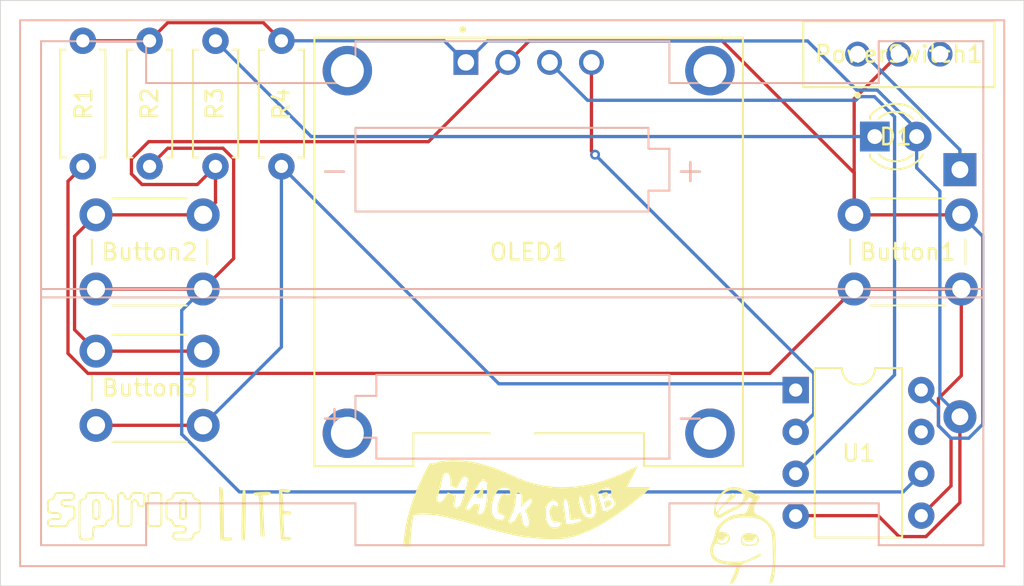
<source format=kicad_pcb>
(kicad_pcb (version 20240108) (generator "pcbnew") (generator_version "8.0")
  (layers (0 "F.Cu" signal) (31 "B.Cu" signal) (34 "B.Paste" user) (35 "F.Paste" user) (36 "B.SilkS" user "B.Silkscreen") (37 "F.SilkS" user "F.Silkscreen") (38 "B.Mask" user) (39 "F.Mask" user) (44 "Edge.Cuts" user))
  (net 0 "")
  (net 1 "GND")
  (net 2 "B+")
  (net 3 "VCC")
  (net 4 "PB0")
  (net 5 "PB1")
  (net 6 "PB5")
  (net 7 "Net-(D1-K)")
  (net 8 "PB4")
  (net 9 "PB3")
  (footprint "Button_Switch_THT:SW_PUSH_6mm_H4.3mm" (layer "F.Cu") (at 81.75 80.75)
    (property "Reference" "Button1" (at 3.25 2.25 0) (layer "F.SilkS"))
    (property "Value" "SW_Push")
    (pad "1" thru_hole circle (at 0 0 90) (size 2 2) (drill 1.1) (layers "*.Cu" "*.Mask") (net 3 "VCC"))
    (pad "1" thru_hole circle (at 6.5 0 90) (size 2 2) (drill 1.1) (layers "*.Cu" "*.Mask") (net 3 "VCC"))
    (pad "2" thru_hole circle (at 0 4.5 90) (size 2 2) (drill 1.1) (layers "*.Cu" "*.Mask") (net 4 "PB0"))
    (pad "2" thru_hole circle (at 6.5 4.5 90) (size 2 2) (drill 1.1) (layers "*.Cu" "*.Mask") (net 4 "PB0"))
  )
  (footprint "Resistor_THT:R_Axial_DIN0207_L6.3mm_D2.5mm_P7.62mm_Horizontal" (layer "F.Cu") (at 34.95 77.81 90)
    (property "Reference" "R1" (at 3.81 0.05 90) (layer "F.SilkS"))
    (property "Value" "1K" (hide yes))
    (pad "1" thru_hole circle (at 0 0 90) (size 1.6 1.6) (drill 0.8) (layers "*.Cu" "*.Mask") (net 4 "PB0"))
    (pad "2" thru_hole oval (at 7.62 0 90) (size 1.6 1.6) (drill 0.8) (layers "*.Cu" "*.Mask") (net 1 "GND"))
  )
  (footprint "EG1218 Footprint Symbol:SW_EG1218" (layer "F.Cu") (at 84.46 71)
    (property "Reference" "PowerSwitch1" (at 0 0 0) (layer "F.SilkS"))
    (property "Value" "SW_Wuerth_450301014042" (hide yes))
    (pad "1" thru_hole circle (at -2.5 0) (size 1.508 1.508) (drill 1) (layers "*.Cu" "*.Mask") (net 3 "VCC"))
    (pad "2" thru_hole circle (at 0 0) (size 1.508 1.508) (drill 1) (layers "*.Cu" "*.Mask") (net 2 "B+"))
    (pad "3" thru_hole circle (at 2.5 0) (size 1.508 1.508) (drill 1) (layers "*.Cu" "*.Mask"))
  )
  (footprint "Button_Switch_THT:SW_PUSH_6mm_H4.3mm" (layer "F.Cu") (at 35.75 89.02)
    (property "Reference" "Button3" (at 3.26 2.23 0) (layer "F.SilkS"))
    (property "Value" "SW_Push" (hide yes))
    (pad "1" thru_hole circle (at 0 0 90) (size 2 2) (drill 1.1) (layers "*.Cu" "*.Mask") (net 3 "VCC"))
    (pad "1" thru_hole circle (at 6.5 0 90) (size 2 2) (drill 1.1) (layers "*.Cu" "*.Mask") (net 3 "VCC"))
    (pad "2" thru_hole circle (at 0 4.5 90) (size 2 2) (drill 1.1) (layers "*.Cu" "*.Mask") (net 6 "PB5"))
    (pad "2" thru_hole circle (at 6.5 4.5 90) (size 2 2) (drill 1.1) (layers "*.Cu" "*.Mask") (net 6 "PB5"))
  )
  (footprint "LOGO" (layer "F.Cu") (at 74.999525 100.165707)
    (property "Reference" "G***" (hide yes))
    (property "Value" "LOGO" (hide yes))
  )
  (footprint "DM OLED096 636:MODULE_DM-OLED096-636" (layer "F.Cu") (at 62 83)
    (property "Reference" "OLED1" (at 0 0 0) (layer "F.SilkS"))
    (property "Value" "DM-OLED096-636" (hide yes))
    (pad "1" thru_hole rect (at -3.81 -11.5) (size 1.508 1.508) (drill 1) (layers "*.Cu" "*.Mask") (net 1 "GND"))
    (pad "2" thru_hole circle (at -1.27 -11.5) (size 1.508 1.508) (drill 1) (layers "*.Cu" "*.Mask") (net 3 "VCC"))
    (pad "3" thru_hole circle (at 1.27 -11.5) (size 1.508 1.508) (drill 1) (layers "*.Cu" "*.Mask") (net 8 "PB4"))
    (pad "4" thru_hole circle (at 3.81 -11.5) (size 1.508 1.508) (drill 1) (layers "*.Cu" "*.Mask") (net 9 "PB3"))
    (pad "S1" thru_hole circle (at -11 -11) (size 3 3) (drill 2) (layers "*.Cu" "*.Mask"))
    (pad "S2" thru_hole circle (at 11 -11) (size 3 3) (drill 2) (layers "*.Cu" "*.Mask"))
    (pad "S3" thru_hole circle (at 11 11) (size 3 3) (drill 2) (layers "*.Cu" "*.Mask"))
    (pad "S4" thru_hole circle (at -11 11) (size 3 3) (drill 2) (layers "*.Cu" "*.Mask"))
  )
  (footprint "LOGO" (layer "F.Cu") (at 37.47 98.94)
    (property "Reference" "G***" (hide yes))
    (property "Value" "LOGO" (hide yes))
  )
  (footprint "Resistor_THT:R_Axial_DIN0207_L6.3mm_D2.5mm_P7.62mm_Horizontal" (layer "F.Cu") (at 47 77.81 90)
    (property "Reference" "R4" (at 3.79 0 90) (layer "F.SilkS"))
    (property "Value" "1K" (hide yes))
    (pad "1" thru_hole circle (at 0 0 90) (size 1.6 1.6) (drill 0.8) (layers "*.Cu" "*.Mask") (net 6 "PB5"))
    (pad "2" thru_hole oval (at 7.62 0 90) (size 1.6 1.6) (drill 0.8) (layers "*.Cu" "*.Mask") (net 1 "GND"))
  )
  (footprint "Resistor_THT:R_Axial_DIN0207_L6.3mm_D2.5mm_P7.62mm_Horizontal" (layer "F.Cu") (at 43 77.81 90)
    (property "Reference" "R3" (at 3.81 -0.05 90) (layer "F.SilkS"))
    (property "Value" "1K" (hide yes))
    (pad "1" thru_hole circle (at 0 0 90) (size 1.6 1.6) (drill 0.8) (layers "*.Cu" "*.Mask") (net 3 "VCC"))
    (pad "2" thru_hole oval (at 7.62 0 90) (size 1.6 1.6) (drill 0.8) (layers "*.Cu" "*.Mask") (net 7 "Net-(D1-K)"))
  )
  (footprint "LED_THT:LED_D3.0mm" (layer "F.Cu") (at 83 76)
    (property "Reference" "D1" (at 1.26 0.01 0) (layer "F.SilkS"))
    (property "Value" "LED" (hide yes))
    (pad "1" thru_hole rect (at 0 0) (size 1.8 1.8) (drill 0.9) (layers "*.Cu" "*.Mask") (net 7 "Net-(D1-K)"))
    (pad "2" thru_hole circle (at 2.54 0) (size 1.8 1.8) (drill 0.9) (layers "*.Cu" "*.Mask") (net 1 "GND"))
  )
  (footprint "LOGO" (layer "F.Cu") (at 61.91 98.26)
    (property "Reference" "G***" (hide yes))
    (property "Value" "LOGO" (hide yes))
  )
  (footprint "Resistor_THT:R_Axial_DIN0207_L6.3mm_D2.5mm_P7.62mm_Horizontal" (layer "F.Cu") (at 39 77.81 90)
    (property "Reference" "R2" (at 3.81 0 90) (layer "F.SilkS"))
    (property "Value" "1K" (hide yes))
    (pad "1" thru_hole circle (at 0 0 90) (size 1.6 1.6) (drill 0.8) (layers "*.Cu" "*.Mask") (net 5 "PB1"))
    (pad "2" thru_hole oval (at 7.62 0 90) (size 1.6 1.6) (drill 0.8) (layers "*.Cu" "*.Mask") (net 1 "GND"))
  )
  (footprint "Button_Switch_THT:SW_PUSH_6mm_H4.3mm" (layer "F.Cu") (at 35.75 80.75)
    (property "Reference" "Button2" (at 3.25 2.25 0) (layer "F.SilkS"))
    (property "Value" "SW_Push" (hide yes))
    (pad "1" thru_hole circle (at 0 0 90) (size 2 2) (drill 1.1) (layers "*.Cu" "*.Mask") (net 3 "VCC"))
    (pad "1" thru_hole circle (at 6.5 0 90) (size 2 2) (drill 1.1) (layers "*.Cu" "*.Mask") (net 3 "VCC"))
    (pad "2" thru_hole circle (at 0 4.5 90) (size 2 2) (drill 1.1) (layers "*.Cu" "*.Mask") (net 5 "PB1"))
    (pad "2" thru_hole circle (at 6.5 4.5 90) (size 2 2) (drill 1.1) (layers "*.Cu" "*.Mask") (net 5 "PB1"))
  )
  (footprint "Package_DIP:DIP-8_W7.62mm" (layer "F.Cu") (at 78.2 91.38)
    (property "Reference" "U1" (at 3.82 3.83 0) (layer "F.SilkS"))
    (property "Value" "ATtiny85" (hide yes))
    (pad "1" thru_hole rect (at 0 0) (size 1.6 1.6) (drill 0.8) (layers "*.Cu" "*.Mask") (net 6 "PB5"))
    (pad "2" thru_hole oval (at 0 2.54) (size 1.6 1.6) (drill 0.8) (layers "*.Cu" "*.Mask") (net 9 "PB3"))
    (pad "3" thru_hole oval (at 0 5.08) (size 1.6 1.6) (drill 0.8) (layers "*.Cu" "*.Mask") (net 8 "PB4"))
    (pad "4" thru_hole oval (at 0 7.62) (size 1.6 1.6) (drill 0.8) (layers "*.Cu" "*.Mask") (net 1 "GND"))
    (pad "5" thru_hole oval (at 7.62 7.62) (size 1.6 1.6) (drill 0.8) (layers "*.Cu" "*.Mask") (net 4 "PB0"))
    (pad "6" thru_hole oval (at 7.62 5.08) (size 1.6 1.6) (drill 0.8) (layers "*.Cu" "*.Mask") (net 5 "PB1"))
    (pad "7" thru_hole oval (at 7.62 2.54) (size 1.6 1.6) (drill 0.8) (layers "*.Cu" "*.Mask"))
    (pad "8" thru_hole oval (at 7.62 0) (size 1.6 1.6) (drill 0.8) (layers "*.Cu" "*.Mask") (net 3 "VCC"))
  )
  (footprint "LOGO" (layer "F.Cu") (at 45.720708 98.869471)
    (property "Reference" "G***" (hide yes))
    (property "Value" "LOGO" (hide yes))
  )
  (footprint "Battery:BatteryHolder_Keystone_2462_2xAA" (layer "B.Cu") (at 88.165 78.01 180)
    (property "Reference" "BT1" (hide yes))
    (property "Value" "Battery" (hide yes))
    (fp_text user "+" (at 16.355 0 0) (layer "B.SilkS") (effects (font (size 1.5 1.5)) (justify mirror)))
    (fp_text user "+" (at 37.945 -14.99 0) (layer "B.SilkS") (effects (font (size 1.5 1.5)) (justify mirror)))
    (fp_text user "-" (at 37.945 0 0) (layer "B.SilkS") (effects (font (size 1.5 1.5)) (justify mirror)))
    (fp_text user "-" (at 16.355 -14.99 0) (layer "B.SilkS") (effects (font (size 1.5 1.5)) (justify mirror)))
    (pad "" np_thru_hole circle (at 27.165 -14.99 180) (size 3.3 3.3) (drill 3.3) (layers "*.Cu" "*.Mask"))
    (pad "" np_thru_hole circle (at 27.165 0 180) (size 3.3 3.3) (drill 3.3) (layers "*.Cu" "*.Mask"))
    (pad "1" thru_hole rect (at 0 0 180) (size 2 2) (drill 1.02) (layers "*.Cu" "*.Mask") (net 2 "B+"))
    (pad "2" thru_hole circle (at 0 -14.99 180) (size 2 2) (drill 1.02) (layers "*.Cu" "*.Mask") (net 1 "GND"))
  )
  (gr_rect (start 29.95 67.74) (end 92.05 103.27) (stroke (width 0.05)) (fill none) (layer "Edge.Cuts"))
  (segment (start 39 70.19) (end 34.95 70.19) (width 0.2) (layer "F.Cu") (net 1))
  (segment (start 83.2 99) (end 84.47 100.27) (width 0.2) (layer "F.Cu") (net 1))
  (segment (start 45.9 69.09) (end 40.1 69.09) (width 0.2) (layer "F.Cu") (net 1))
  (segment (start 47 70.19) (end 45.9 69.09) (width 0.2) (layer "F.Cu") (net 1))
  (segment (start 88.165 98.210635) (end 88.165 93) (width 0.2) (layer "F.Cu") (net 1))
  (segment (start 78.2 99) (end 83.2 99) (width 0.2) (layer "F.Cu") (net 1))
  (segment (start 86.105635 100.27) (end 88.165 98.210635) (width 0.2) (layer "F.Cu") (net 1))
  (segment (start 84.47 100.27) (end 86.105635 100.27) (width 0.2) (layer "F.Cu") (net 1))
  (segment (start 40.1 69.09) (end 39 70.19) (width 0.2) (layer "F.Cu") (net 1))
  (segment (start 86.95 79.31) (end 85.54 77.9) (width 0.2) (layer "B.Cu") (net 1))
  (segment (start 86.95 91.785) (end 86.95 79.31) (width 0.2) (layer "B.Cu") (net 1))
  (segment (start 78.924314 70.2) (end 81.904314 73.18) (width 0.2) (layer "B.Cu") (net 1))
  (segment (start 88.165 93) (end 86.95 91.785) (width 0.2) (layer "B.Cu") (net 1))
  (segment (start 81.904314 73.18) (end 83.15 73.18) (width 0.2) (layer "B.Cu") (net 1))
  (segment (start 83.15 73.18) (end 85.54 75.57) (width 0.2) (layer "B.Cu") (net 1))
  (segment (start 58.19 71.5) (end 59.49 70.2) (width 0.2) (layer "B.Cu") (net 1))
  (segment (start 47 70.19) (end 56.88 70.19) (width 0.2) (layer "B.Cu") (net 1))
  (segment (start 85.54 75.57) (end 85.54 76) (width 0.2) (layer "B.Cu") (net 1))
  (segment (start 85.54 77.9) (end 85.54 76) (width 0.2) (layer "B.Cu") (net 1))
  (segment (start 59.49 70.2) (end 78.924314 70.2) (width 0.2) (layer "B.Cu") (net 1))
  (segment (start 56.88 70.19) (end 58.19 71.5) (width 0.2) (layer "B.Cu") (net 1))
  (segment (start 88.165 78.01) (end 88.165 76.805) (width 0.2) (layer "B.Cu") (net 2))
  (segment (start 88.165 76.805) (end 82.36 71) (width 0.2) (layer "B.Cu") (net 2))
  (segment (start 82.36 71) (end 81.92 71) (width 0.2) (layer "B.Cu") (net 2))
  (segment (start 34.45 82.05) (end 35.75 80.75) (width 0.2) (layer "F.Cu") (net 3))
  (segment (start 38.544365 78.91) (end 41.9 78.91) (width 0.2) (layer "F.Cu") (net 3))
  (segment (start 60.73 71.5) (end 55.92 76.31) (width 0.2) (layer "F.Cu") (net 3))
  (segment (start 35.75 89.02) (end 42.25 89.02) (width 0.2) (layer "F.Cu") (net 3))
  (segment (start 43 77.81) (end 43 80) (width 0.2) (layer "F.Cu") (net 3))
  (segment (start 35.75 89.02) (end 34.45 87.72) (width 0.2) (layer "F.Cu") (net 3))
  (segment (start 73.745585 70.2) (end 81.75 78.204415) (width 0.2) (layer "F.Cu") (net 3))
  (segment (start 37.9 78.265635) (end 38.544365 78.91) (width 0.2) (layer "F.Cu") (net 3))
  (segment (start 34.45 87.72) (end 34.45 82.05) (width 0.2) (layer "F.Cu") (net 3))
  (segment (start 81.75 80.75) (end 88.25 80.75) (width 0.2) (layer "F.Cu") (net 3))
  (segment (start 62.03 70.2) (end 73.745585 70.2) (width 0.2) (layer "F.Cu") (net 3))
  (segment (start 41.9 78.91) (end 43 77.81) (width 0.2) (layer "F.Cu") (net 3))
  (segment (start 35.75 80.75) (end 42.25 80.75) (width 0.2) (layer "F.Cu") (net 3))
  (segment (start 81.75 78.204415) (end 81.75 80.75) (width 0.2) (layer "F.Cu") (net 3))
  (segment (start 60.73 71.5) (end 62.03 70.2) (width 0.2) (layer "F.Cu") (net 3))
  (segment (start 84.46 71) (end 81.75 73.71) (width 0.2) (layer "F.Cu") (net 3))
  (segment (start 37.9 77.354365) (end 37.9 78.265635) (width 0.2) (layer "F.Cu") (net 3))
  (segment (start 38.944365 76.31) (end 37.9 77.354365) (width 0.2) (layer "F.Cu") (net 3))
  (segment (start 55.92 76.31) (end 38.944365 76.31) (width 0.2) (layer "F.Cu") (net 3))
  (segment (start 43 80) (end 42.25 80.75) (width 0.2) (layer "F.Cu") (net 3))
  (segment (start 81.75 73.71) (end 81.75 80.75) (width 0.2) (layer "F.Cu") (net 3))
  (segment (start 86.865 93.538478) (end 86.865 92.425) (width 0.2) (layer "B.Cu") (net 3))
  (segment (start 89.55 82.05) (end 89.55 93.453478) (width 0.2) (layer "B.Cu") (net 3))
  (segment (start 88.703478 94.3) (end 87.626522 94.3) (width 0.2) (layer "B.Cu") (net 3))
  (segment (start 89.55 93.453478) (end 88.703478 94.3) (width 0.2) (layer "B.Cu") (net 3))
  (segment (start 86.865 92.425) (end 85.82 91.38) (width 0.2) (layer "B.Cu") (net 3))
  (segment (start 88.25 80.75) (end 89.55 82.05) (width 0.2) (layer "B.Cu") (net 3))
  (segment (start 87.626522 94.3) (end 86.865 93.538478) (width 0.2) (layer "B.Cu") (net 3))
  (segment (start 88.25 90.505635) (end 88.25 85.25) (width 0.2) (layer "F.Cu") (net 4))
  (segment (start 34.95 77.81) (end 34.05 78.71) (width 0.2) (layer "F.Cu") (net 4))
  (segment (start 81.75 85.25) (end 88.25 85.25) (width 0.2) (layer "F.Cu") (net 4))
  (segment (start 34.05 89.158478) (end 35.261522 90.37) (width 0.2) (layer "F.Cu") (net 4))
  (segment (start 35.261522 90.37) (end 76.63 90.37) (width 0.2) (layer "F.Cu") (net 4))
  (segment (start 87.626522 94.3) (end 86.865 93.538478) (width 0.2) (layer "F.Cu") (net 4))
  (segment (start 76.63 90.37) (end 81.75 85.25) (width 0.2) (layer "F.Cu") (net 4))
  (segment (start 85.82 99) (end 87.626522 97.193478) (width 0.2) (layer "F.Cu") (net 4))
  (segment (start 34.05 78.71) (end 34.05 89.158478) (width 0.2) (layer "F.Cu") (net 4))
  (segment (start 86.865 93.538478) (end 86.865 91.890635) (width 0.2) (layer "F.Cu") (net 4))
  (segment (start 86.865 91.890635) (end 88.25 90.505635) (width 0.2) (layer "F.Cu") (net 4))
  (segment (start 87.626522 97.193478) (end 87.626522 94.3) (width 0.2) (layer "F.Cu") (net 4))
  (segment (start 40.1 76.71) (end 43.455635 76.71) (width 0.2) (layer "F.Cu") (net 5))
  (segment (start 39 77.81) (end 40.1 76.71) (width 0.2) (layer "F.Cu") (net 5))
  (segment (start 43.455635 76.71) (end 44.1 77.354365) (width 0.2) (layer "F.Cu") (net 5))
  (segment (start 35.75 85.25) (end 42.25 85.25) (width 0.2) (layer "F.Cu") (net 5))
  (segment (start 44.1 83.4) (end 42.25 85.25) (width 0.2) (layer "F.Cu") (net 5))
  (segment (start 44.1 77.354365) (end 44.1 83.4) (width 0.2) (layer "F.Cu") (net 5))
  (segment (start 42.25 85.25) (end 40.95 86.55) (width 0.2) (layer "B.Cu") (net 5))
  (segment (start 44.451522 97.56) (end 84.72 97.56) (width 0.2) (layer "B.Cu") (net 5))
  (segment (start 40.95 86.55) (end 40.95 94.058478) (width 0.2) (layer "B.Cu") (net 5))
  (segment (start 40.95 94.058478) (end 44.451522 97.56) (width 0.2) (layer "B.Cu") (net 5))
  (segment (start 84.72 97.56) (end 85.82 96.46) (width 0.2) (layer "B.Cu") (net 5))
  (segment (start 35.75 93.52) (end 42.25 93.52) (width 0.2) (layer "F.Cu") (net 6))
  (segment (start 77.82 91) (end 78.2 91.38) (width 0.2) (layer "B.Cu") (net 6))
  (segment (start 42.25 93.52) (end 47 88.77) (width 0.2) (layer "B.Cu") (net 6))
  (segment (start 60.19 91) (end 77.82 91) (width 0.2) (layer "B.Cu") (net 6))
  (segment (start 47 88.77) (end 47 77.81) (width 0.2) (layer "B.Cu") (net 6))
  (segment (start 47 77.81) (end 60.19 91) (width 0.2) (layer "B.Cu") (net 6))
  (segment (start 48.81 76) (end 83 76) (width 0.2) (layer "B.Cu") (net 7))
  (segment (start 43 70.19) (end 48.81 76) (width 0.2) (layer "B.Cu") (net 7))
  (segment (start 84.2 74.8) (end 82.98 73.58) (width 0.2) (layer "B.Cu") (net 8))
  (segment (start 81.85 73.8) (end 65.57 73.8) (width 0.2) (layer "B.Cu") (net 8))
  (segment (start 82.07 73.58) (end 81.85 73.8) (width 0.2) (layer "B.Cu") (net 8))
  (segment (start 78.2 96.46) (end 84.2 90.46) (width 0.2) (layer "B.Cu") (net 8))
  (segment (start 82.98 73.58) (end 82.07 73.58) (width 0.2) (layer "B.Cu") (net 8))
  (segment (start 84.2 90.46) (end 84.2 74.8) (width 0.2) (layer "B.Cu") (net 8))
  (segment (start 65.57 73.8) (end 63.27 71.5) (width 0.2) (layer "B.Cu") (net 8))
  (segment (start 66.03 77.1) (end 65.81 76.88) (width 0.2) (layer "F.Cu") (net 9))
  (segment (start 65.81 76.88) (end 65.81 71.5) (width 0.2) (layer "F.Cu") (net 9))
  (via (at 66.03 77.1) (size 0.6) (drill 0.3) (layers "F.Cu" "B.Cu") (net 9))
  (segment (start 79.3 90.37) (end 66.03 77.1) (width 0.2) (layer "B.Cu") (net 9))
  (segment (start 79.3 92.48) (end 79.3 90.37) (width 0.2) (layer "B.Cu") (net 9))
  (segment (start 79.3 92.82) (end 79.3 92.48) (width 0.2) (layer "B.Cu") (net 9))
  (segment (start 78.2 93.92) (end 79.3 92.82) (width 0.2) (layer "B.Cu") (net 9))
)
</source>
